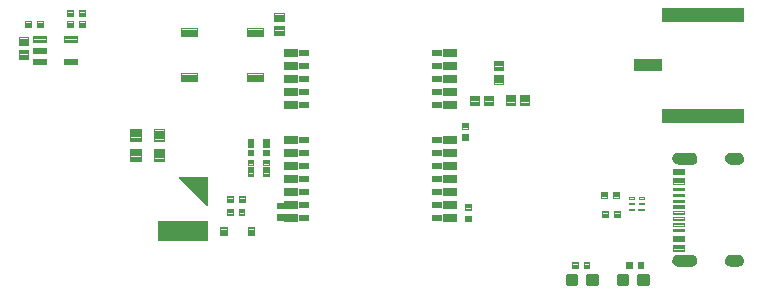
<source format=gtp>
G04 EAGLE Gerber RS-274X export*
G75*
%MOMM*%
%FSLAX34Y34*%
%LPD*%
%INSolderpaste Top*%
%IPPOS*%
%AMOC8*
5,1,8,0,0,1.08239X$1,22.5*%
G01*
%ADD10C,0.102000*%
%ADD11R,4.200000X1.700000*%
%ADD12C,0.100000*%
%ADD13C,0.300000*%
%ADD14C,0.100800*%
%ADD15C,0.099000*%
%ADD16R,1.200000X0.800000*%
%ADD17R,0.900000X0.600000*%
%ADD18C,0.102500*%
%ADD19R,2.400000X1.100000*%
%ADD20R,7.000000X1.250000*%
%ADD21C,0.099059*%

G36*
X281113Y151662D02*
X281113Y151662D01*
X281140Y151664D01*
X281175Y151690D01*
X281215Y151708D01*
X281230Y151731D01*
X281252Y151747D01*
X281268Y151788D01*
X281292Y151825D01*
X281299Y151868D01*
X281302Y151877D01*
X281301Y151884D01*
X281303Y151898D01*
X281303Y175898D01*
X281298Y175914D01*
X281301Y175931D01*
X281279Y175981D01*
X281264Y176032D01*
X281251Y176043D01*
X281244Y176059D01*
X281199Y176089D01*
X281159Y176124D01*
X281142Y176127D01*
X281128Y176136D01*
X281054Y176147D01*
X257054Y176147D01*
X257012Y176135D01*
X256968Y176132D01*
X256946Y176116D01*
X256920Y176108D01*
X256891Y176075D01*
X256856Y176049D01*
X256846Y176023D01*
X256828Y176003D01*
X256821Y175959D01*
X256806Y175919D01*
X256811Y175892D01*
X256807Y175865D01*
X256825Y175824D01*
X256834Y175782D01*
X256860Y175746D01*
X256864Y175737D01*
X256869Y175733D01*
X256878Y175722D01*
X280878Y151722D01*
X280916Y151701D01*
X280949Y151672D01*
X280976Y151668D01*
X281000Y151655D01*
X281044Y151658D01*
X281087Y151651D01*
X281113Y151662D01*
G37*
G36*
X691855Y187000D02*
X691855Y187000D01*
X691859Y186996D01*
X692803Y187215D01*
X692809Y187221D01*
X692814Y187219D01*
X693686Y187643D01*
X693689Y187650D01*
X693695Y187648D01*
X694451Y188255D01*
X694453Y188263D01*
X694459Y188263D01*
X695060Y189023D01*
X695060Y189032D01*
X695066Y189033D01*
X695484Y189908D01*
X695482Y189916D01*
X695487Y189918D01*
X695700Y190864D01*
X695697Y190870D01*
X695699Y190872D01*
X695698Y190873D01*
X695701Y190875D01*
X695697Y191844D01*
X695697Y191845D01*
X695678Y192913D01*
X695673Y192920D01*
X695677Y192924D01*
X695421Y193961D01*
X695414Y193966D01*
X695417Y193972D01*
X694936Y194926D01*
X694929Y194930D01*
X694930Y194935D01*
X694249Y195759D01*
X694241Y195760D01*
X694241Y195766D01*
X693394Y196417D01*
X693386Y196417D01*
X693385Y196423D01*
X692414Y196870D01*
X692406Y196868D01*
X692404Y196873D01*
X691358Y197092D01*
X691356Y197091D01*
X691350Y197091D01*
X691348Y197093D01*
X679348Y197093D01*
X679345Y197091D01*
X679342Y197091D01*
X679340Y197093D01*
X678245Y196913D01*
X678239Y196907D01*
X678234Y196910D01*
X677206Y196491D01*
X677202Y196484D01*
X677197Y196486D01*
X676288Y195849D01*
X676286Y195841D01*
X676280Y195841D01*
X675536Y195018D01*
X675535Y195010D01*
X675529Y195009D01*
X674987Y194041D01*
X674988Y194032D01*
X674982Y194030D01*
X674669Y192966D01*
X674672Y192958D01*
X674667Y192955D01*
X674599Y191847D01*
X674603Y191841D01*
X674599Y191837D01*
X674769Y190729D01*
X674775Y190723D01*
X674772Y190718D01*
X675184Y189676D01*
X675191Y189672D01*
X675189Y189667D01*
X675823Y188742D01*
X675831Y188740D01*
X675830Y188734D01*
X676654Y187974D01*
X676662Y187973D01*
X676662Y187967D01*
X677634Y187410D01*
X677642Y187411D01*
X677644Y187405D01*
X678716Y187078D01*
X678724Y187081D01*
X678727Y187076D01*
X679844Y186995D01*
X679847Y186996D01*
X679848Y186995D01*
X691848Y186995D01*
X691855Y187000D01*
G37*
G36*
X691353Y100598D02*
X691353Y100598D01*
X691356Y100595D01*
X692352Y100753D01*
X692358Y100759D01*
X692363Y100756D01*
X693299Y101131D01*
X693303Y101138D01*
X693309Y101136D01*
X694138Y101710D01*
X694141Y101718D01*
X694146Y101717D01*
X694827Y102461D01*
X694828Y102470D01*
X694834Y102470D01*
X695332Y103347D01*
X695331Y103356D01*
X695336Y103358D01*
X695449Y103733D01*
X695627Y104323D01*
X695627Y104324D01*
X695626Y104326D01*
X695624Y104331D01*
X695629Y104334D01*
X695697Y105341D01*
X695696Y105343D01*
X695697Y105344D01*
X695688Y106425D01*
X695683Y106432D01*
X695687Y106436D01*
X695438Y107488D01*
X695431Y107493D01*
X695434Y107498D01*
X694957Y108468D01*
X694949Y108471D01*
X694951Y108477D01*
X694270Y109316D01*
X694262Y109318D01*
X694262Y109324D01*
X693412Y109990D01*
X693403Y109991D01*
X693402Y109996D01*
X692425Y110457D01*
X692417Y110455D01*
X692414Y110461D01*
X691359Y110692D01*
X691356Y110691D01*
X691350Y110691D01*
X691348Y110693D01*
X679348Y110693D01*
X679345Y110691D01*
X679341Y110691D01*
X679340Y110693D01*
X678234Y110500D01*
X678229Y110494D01*
X678224Y110497D01*
X677189Y110064D01*
X677185Y110057D01*
X677180Y110059D01*
X676267Y109406D01*
X676265Y109398D01*
X676259Y109399D01*
X675515Y108560D01*
X675514Y108551D01*
X675509Y108551D01*
X674970Y107567D01*
X674971Y107559D01*
X674966Y107557D01*
X674950Y107503D01*
X674769Y106863D01*
X674659Y106478D01*
X674662Y106471D01*
X674659Y106469D01*
X674659Y106468D01*
X674657Y106467D01*
X674599Y105347D01*
X674602Y105342D01*
X674599Y105339D01*
X674717Y104293D01*
X674723Y104287D01*
X674719Y104282D01*
X675067Y103288D01*
X675074Y103284D01*
X675072Y103279D01*
X675632Y102387D01*
X675639Y102385D01*
X675639Y102379D01*
X676383Y101635D01*
X676391Y101633D01*
X676391Y101628D01*
X677283Y101068D01*
X677291Y101068D01*
X677292Y101063D01*
X678286Y100715D01*
X678294Y100718D01*
X678297Y100713D01*
X679343Y100595D01*
X679346Y100597D01*
X679348Y100595D01*
X691348Y100595D01*
X691353Y100598D01*
G37*
G36*
X730654Y186999D02*
X730654Y186999D01*
X730657Y186996D01*
X731738Y187208D01*
X731743Y187214D01*
X731748Y187211D01*
X732754Y187658D01*
X732758Y187665D01*
X732764Y187663D01*
X733645Y188323D01*
X733648Y188331D01*
X733653Y188331D01*
X734366Y189170D01*
X734366Y189178D01*
X734372Y189179D01*
X734880Y190156D01*
X734879Y190164D01*
X734884Y190166D01*
X735162Y191231D01*
X735159Y191239D01*
X735163Y191242D01*
X735197Y192343D01*
X735194Y192348D01*
X735197Y192351D01*
X735042Y193427D01*
X735036Y193432D01*
X735039Y193437D01*
X734649Y194451D01*
X734642Y194455D01*
X734644Y194461D01*
X734037Y195363D01*
X734029Y195365D01*
X734030Y195371D01*
X733238Y196115D01*
X733230Y196116D01*
X733230Y196122D01*
X732292Y196671D01*
X732284Y196670D01*
X732282Y196676D01*
X731246Y197003D01*
X731238Y197000D01*
X731235Y197005D01*
X730152Y197093D01*
X730149Y197091D01*
X730148Y197093D01*
X724148Y197093D01*
X724145Y197091D01*
X724143Y197091D01*
X724142Y197093D01*
X723009Y196943D01*
X723003Y196937D01*
X722998Y196940D01*
X721928Y196542D01*
X721924Y196535D01*
X721918Y196537D01*
X720963Y195910D01*
X720960Y195902D01*
X720955Y195903D01*
X720163Y195080D01*
X720162Y195072D01*
X720156Y195071D01*
X719567Y194092D01*
X719568Y194084D01*
X719563Y194082D01*
X719207Y192997D01*
X719210Y192989D01*
X719205Y192986D01*
X719099Y191849D01*
X719104Y191840D01*
X719100Y191835D01*
X719307Y190698D01*
X719313Y190692D01*
X719310Y190687D01*
X719765Y189625D01*
X719772Y189621D01*
X719770Y189615D01*
X720450Y188680D01*
X720458Y188678D01*
X720457Y188672D01*
X721328Y187912D01*
X721336Y187912D01*
X721337Y187906D01*
X722356Y187359D01*
X722364Y187360D01*
X722366Y187355D01*
X723480Y187048D01*
X723488Y187051D01*
X723491Y187046D01*
X724646Y186995D01*
X724647Y186996D01*
X724648Y186995D01*
X730648Y186995D01*
X730654Y186999D01*
G37*
G36*
X730152Y100598D02*
X730152Y100598D01*
X730154Y100595D01*
X731287Y100745D01*
X731293Y100751D01*
X731298Y100748D01*
X732368Y101146D01*
X732372Y101153D01*
X732378Y101151D01*
X733333Y101778D01*
X733336Y101786D01*
X733341Y101785D01*
X734133Y102608D01*
X734134Y102616D01*
X734140Y102617D01*
X734729Y103596D01*
X734728Y103604D01*
X734733Y103606D01*
X735089Y104691D01*
X735087Y104699D01*
X735091Y104702D01*
X735197Y105839D01*
X735193Y105846D01*
X735197Y105851D01*
X735052Y106938D01*
X735046Y106944D01*
X735049Y106949D01*
X734666Y107977D01*
X734659Y107982D01*
X734661Y107987D01*
X734058Y108904D01*
X734050Y108907D01*
X734051Y108913D01*
X733259Y109673D01*
X733251Y109674D01*
X733250Y109680D01*
X732309Y110244D01*
X732301Y110243D01*
X732299Y110249D01*
X731256Y110590D01*
X731248Y110588D01*
X731245Y110592D01*
X730153Y110693D01*
X730150Y110691D01*
X730148Y110693D01*
X724148Y110693D01*
X724145Y110691D01*
X724144Y110693D01*
X723051Y110592D01*
X723045Y110587D01*
X723040Y110590D01*
X721997Y110249D01*
X721992Y110242D01*
X721987Y110244D01*
X721046Y109680D01*
X721043Y109672D01*
X721037Y109673D01*
X720245Y108913D01*
X720244Y108905D01*
X720238Y108904D01*
X719636Y107987D01*
X719636Y107979D01*
X719631Y107977D01*
X719247Y106949D01*
X719249Y106941D01*
X719244Y106938D01*
X719099Y105851D01*
X719103Y105843D01*
X719099Y105839D01*
X719205Y104702D01*
X719210Y104696D01*
X719207Y104691D01*
X719563Y103606D01*
X719570Y103601D01*
X719567Y103596D01*
X720156Y102617D01*
X720164Y102614D01*
X720163Y102608D01*
X720955Y101785D01*
X720963Y101784D01*
X720963Y101778D01*
X721918Y101151D01*
X721926Y101152D01*
X721928Y101146D01*
X722998Y100748D01*
X723006Y100750D01*
X723009Y100745D01*
X724142Y100595D01*
X724146Y100598D01*
X724148Y100595D01*
X730148Y100595D01*
X730152Y100598D01*
G37*
D10*
X307564Y160224D02*
X312544Y160224D01*
X312544Y155244D01*
X307564Y155244D01*
X307564Y160224D01*
X307564Y156213D02*
X312544Y156213D01*
X312544Y157182D02*
X307564Y157182D01*
X307564Y158151D02*
X312544Y158151D01*
X312544Y159120D02*
X307564Y159120D01*
X307564Y160089D02*
X312544Y160089D01*
X302544Y160224D02*
X297564Y160224D01*
X302544Y160224D02*
X302544Y155244D01*
X297564Y155244D01*
X297564Y160224D01*
X297564Y156213D02*
X302544Y156213D01*
X302544Y157182D02*
X297564Y157182D01*
X297564Y158151D02*
X302544Y158151D01*
X302544Y159120D02*
X297564Y159120D01*
X297564Y160089D02*
X302544Y160089D01*
D11*
X260254Y130598D03*
D12*
X224718Y189954D02*
X224718Y199954D01*
X224718Y189954D02*
X215718Y189954D01*
X215718Y199954D01*
X224718Y199954D01*
X224718Y190904D02*
X215718Y190904D01*
X215718Y191854D02*
X224718Y191854D01*
X224718Y192804D02*
X215718Y192804D01*
X215718Y193754D02*
X224718Y193754D01*
X224718Y194704D02*
X215718Y194704D01*
X215718Y195654D02*
X224718Y195654D01*
X224718Y196604D02*
X215718Y196604D01*
X215718Y197554D02*
X224718Y197554D01*
X224718Y198504D02*
X215718Y198504D01*
X215718Y199454D02*
X224718Y199454D01*
X224718Y206954D02*
X224718Y216954D01*
X224718Y206954D02*
X215718Y206954D01*
X215718Y216954D01*
X224718Y216954D01*
X224718Y207904D02*
X215718Y207904D01*
X215718Y208854D02*
X224718Y208854D01*
X224718Y209804D02*
X215718Y209804D01*
X215718Y210754D02*
X224718Y210754D01*
X224718Y211704D02*
X215718Y211704D01*
X215718Y212654D02*
X224718Y212654D01*
X224718Y213604D02*
X215718Y213604D01*
X215718Y214554D02*
X224718Y214554D01*
X224718Y215504D02*
X215718Y215504D01*
X215718Y216454D02*
X224718Y216454D01*
X244530Y200208D02*
X244530Y190208D01*
X235530Y190208D01*
X235530Y200208D01*
X244530Y200208D01*
X244530Y191158D02*
X235530Y191158D01*
X235530Y192108D02*
X244530Y192108D01*
X244530Y193058D02*
X235530Y193058D01*
X235530Y194008D02*
X244530Y194008D01*
X244530Y194958D02*
X235530Y194958D01*
X235530Y195908D02*
X244530Y195908D01*
X244530Y196858D02*
X235530Y196858D01*
X235530Y197808D02*
X244530Y197808D01*
X244530Y198758D02*
X235530Y198758D01*
X235530Y199708D02*
X244530Y199708D01*
X244530Y207208D02*
X244530Y217208D01*
X244530Y207208D02*
X235530Y207208D01*
X235530Y217208D01*
X244530Y217208D01*
X244530Y208158D02*
X235530Y208158D01*
X235530Y209108D02*
X244530Y209108D01*
X244530Y210058D02*
X235530Y210058D01*
X235530Y211008D02*
X244530Y211008D01*
X244530Y211958D02*
X235530Y211958D01*
X235530Y212908D02*
X244530Y212908D01*
X244530Y213858D02*
X235530Y213858D01*
X235530Y214808D02*
X244530Y214808D01*
X244530Y215758D02*
X235530Y215758D01*
X235530Y216708D02*
X244530Y216708D01*
D13*
X646620Y92654D02*
X646620Y85654D01*
X646620Y92654D02*
X653620Y92654D01*
X653620Y85654D01*
X646620Y85654D01*
X646620Y88504D02*
X653620Y88504D01*
X653620Y91354D02*
X646620Y91354D01*
X629080Y92654D02*
X629080Y85654D01*
X629080Y92654D02*
X636080Y92654D01*
X636080Y85654D01*
X629080Y85654D01*
X629080Y88504D02*
X636080Y88504D01*
X636080Y91354D02*
X629080Y91354D01*
D14*
X297216Y127164D02*
X291924Y127164D01*
X291924Y134456D01*
X297216Y134456D01*
X297216Y127164D01*
X297216Y128122D02*
X291924Y128122D01*
X291924Y129080D02*
X297216Y129080D01*
X297216Y130038D02*
X291924Y130038D01*
X291924Y130996D02*
X297216Y130996D01*
X297216Y131954D02*
X291924Y131954D01*
X291924Y132912D02*
X297216Y132912D01*
X297216Y133870D02*
X291924Y133870D01*
X314924Y127164D02*
X320216Y127164D01*
X314924Y127164D02*
X314924Y134456D01*
X320216Y134456D01*
X320216Y127164D01*
X320216Y128122D02*
X314924Y128122D01*
X314924Y129080D02*
X320216Y129080D01*
X320216Y130038D02*
X314924Y130038D01*
X314924Y130996D02*
X320216Y130996D01*
X320216Y131954D02*
X314924Y131954D01*
X314924Y132912D02*
X320216Y132912D01*
X320216Y133870D02*
X314924Y133870D01*
D10*
X312290Y149556D02*
X307310Y149556D01*
X312290Y149556D02*
X312290Y144576D01*
X307310Y144576D01*
X307310Y149556D01*
X307310Y145545D02*
X312290Y145545D01*
X312290Y146514D02*
X307310Y146514D01*
X307310Y147483D02*
X312290Y147483D01*
X312290Y148452D02*
X307310Y148452D01*
X307310Y149421D02*
X312290Y149421D01*
X302290Y149556D02*
X297310Y149556D01*
X302290Y149556D02*
X302290Y144576D01*
X297310Y144576D01*
X297310Y149556D01*
X297310Y145545D02*
X302290Y145545D01*
X302290Y146514D02*
X297310Y146514D01*
X297310Y147483D02*
X302290Y147483D01*
X302290Y148452D02*
X297310Y148452D01*
X297310Y149421D02*
X302290Y149421D01*
X635130Y99110D02*
X640110Y99110D01*
X635130Y99110D02*
X635130Y104090D01*
X640110Y104090D01*
X640110Y99110D01*
X640110Y100079D02*
X635130Y100079D01*
X635130Y101048D02*
X640110Y101048D01*
X640110Y102017D02*
X635130Y102017D01*
X635130Y102986D02*
X640110Y102986D01*
X640110Y103955D02*
X635130Y103955D01*
X645130Y99110D02*
X650110Y99110D01*
X645130Y99110D02*
X645130Y104090D01*
X650110Y104090D01*
X650110Y99110D01*
X650110Y100079D02*
X645130Y100079D01*
X645130Y101048D02*
X650110Y101048D01*
X650110Y102017D02*
X645130Y102017D01*
X645130Y102986D02*
X650110Y102986D01*
X650110Y103955D02*
X645130Y103955D01*
X166908Y312724D02*
X161928Y312724D01*
X161928Y317704D01*
X166908Y317704D01*
X166908Y312724D01*
X166908Y313693D02*
X161928Y313693D01*
X161928Y314662D02*
X166908Y314662D01*
X166908Y315631D02*
X161928Y315631D01*
X161928Y316600D02*
X166908Y316600D01*
X166908Y317569D02*
X161928Y317569D01*
X171928Y312724D02*
X176908Y312724D01*
X171928Y312724D02*
X171928Y317704D01*
X176908Y317704D01*
X176908Y312724D01*
X176908Y313693D02*
X171928Y313693D01*
X171928Y314662D02*
X176908Y314662D01*
X176908Y315631D02*
X171928Y315631D01*
X171928Y316600D02*
X176908Y316600D01*
X176908Y317569D02*
X171928Y317569D01*
X171928Y308306D02*
X176908Y308306D01*
X176908Y303326D01*
X171928Y303326D01*
X171928Y308306D01*
X171928Y304295D02*
X176908Y304295D01*
X176908Y305264D02*
X171928Y305264D01*
X171928Y306233D02*
X176908Y306233D01*
X176908Y307202D02*
X171928Y307202D01*
X171928Y308171D02*
X176908Y308171D01*
X166908Y308306D02*
X161928Y308306D01*
X166908Y308306D02*
X166908Y303326D01*
X161928Y303326D01*
X161928Y308306D01*
X161928Y304295D02*
X166908Y304295D01*
X166908Y305264D02*
X161928Y305264D01*
X161928Y306233D02*
X166908Y306233D01*
X166908Y307202D02*
X161928Y307202D01*
X161928Y308171D02*
X166908Y308171D01*
D13*
X603440Y92654D02*
X603440Y85654D01*
X603440Y92654D02*
X610440Y92654D01*
X610440Y85654D01*
X603440Y85654D01*
X603440Y88504D02*
X610440Y88504D01*
X610440Y91354D02*
X603440Y91354D01*
X585900Y92654D02*
X585900Y85654D01*
X585900Y92654D02*
X592900Y92654D01*
X592900Y85654D01*
X585900Y85654D01*
X585900Y88504D02*
X592900Y88504D01*
X592900Y91354D02*
X585900Y91354D01*
D10*
X589410Y99364D02*
X594390Y99364D01*
X589410Y99364D02*
X589410Y104344D01*
X594390Y104344D01*
X594390Y99364D01*
X594390Y100333D02*
X589410Y100333D01*
X589410Y101302D02*
X594390Y101302D01*
X594390Y102271D02*
X589410Y102271D01*
X589410Y103240D02*
X594390Y103240D01*
X594390Y104209D02*
X589410Y104209D01*
X599410Y99364D02*
X604390Y99364D01*
X599410Y99364D02*
X599410Y104344D01*
X604390Y104344D01*
X604390Y99364D01*
X604390Y100333D02*
X599410Y100333D01*
X599410Y101302D02*
X604390Y101302D01*
X604390Y102271D02*
X599410Y102271D01*
X599410Y103240D02*
X604390Y103240D01*
X604390Y104209D02*
X599410Y104209D01*
D15*
X133386Y290963D02*
X133386Y295473D01*
X144396Y295473D01*
X144396Y290963D01*
X133386Y290963D01*
X133386Y291903D02*
X144396Y291903D01*
X144396Y292843D02*
X133386Y292843D01*
X133386Y293783D02*
X144396Y293783D01*
X144396Y294723D02*
X133386Y294723D01*
X133386Y285973D02*
X133386Y281463D01*
X133386Y285973D02*
X144396Y285973D01*
X144396Y281463D01*
X133386Y281463D01*
X133386Y282403D02*
X144396Y282403D01*
X144396Y283343D02*
X133386Y283343D01*
X133386Y284283D02*
X144396Y284283D01*
X144396Y285223D02*
X133386Y285223D01*
X133386Y276473D02*
X133386Y271963D01*
X133386Y276473D02*
X144396Y276473D01*
X144396Y271963D01*
X133386Y271963D01*
X133386Y272903D02*
X144396Y272903D01*
X144396Y273843D02*
X133386Y273843D01*
X133386Y274783D02*
X144396Y274783D01*
X144396Y275723D02*
X133386Y275723D01*
X159388Y276473D02*
X159388Y271963D01*
X159388Y276473D02*
X170398Y276473D01*
X170398Y271963D01*
X159388Y271963D01*
X159388Y272903D02*
X170398Y272903D01*
X170398Y273843D02*
X159388Y273843D01*
X159388Y274783D02*
X170398Y274783D01*
X170398Y275723D02*
X159388Y275723D01*
X159388Y290963D02*
X159388Y295473D01*
X170398Y295473D01*
X170398Y290963D01*
X159388Y290963D01*
X159388Y291903D02*
X170398Y291903D01*
X170398Y292843D02*
X159388Y292843D01*
X159388Y293783D02*
X170398Y293783D01*
X170398Y294723D02*
X159388Y294723D01*
D10*
X141348Y308306D02*
X136368Y308306D01*
X141348Y308306D02*
X141348Y303326D01*
X136368Y303326D01*
X136368Y308306D01*
X136368Y304295D02*
X141348Y304295D01*
X141348Y305264D02*
X136368Y305264D01*
X136368Y306233D02*
X141348Y306233D01*
X141348Y307202D02*
X136368Y307202D01*
X136368Y308171D02*
X141348Y308171D01*
X131348Y308306D02*
X126368Y308306D01*
X131348Y308306D02*
X131348Y303326D01*
X126368Y303326D01*
X126368Y308306D01*
X126368Y304295D02*
X131348Y304295D01*
X131348Y305264D02*
X126368Y305264D01*
X126368Y306233D02*
X131348Y306233D01*
X131348Y307202D02*
X126368Y307202D01*
X126368Y308171D02*
X131348Y308171D01*
X624556Y164034D02*
X629536Y164034D01*
X629536Y159054D01*
X624556Y159054D01*
X624556Y164034D01*
X624556Y160023D02*
X629536Y160023D01*
X629536Y160992D02*
X624556Y160992D01*
X624556Y161961D02*
X629536Y161961D01*
X629536Y162930D02*
X624556Y162930D01*
X624556Y163899D02*
X629536Y163899D01*
X619536Y164034D02*
X614556Y164034D01*
X619536Y164034D02*
X619536Y159054D01*
X614556Y159054D01*
X614556Y164034D01*
X614556Y160023D02*
X619536Y160023D01*
X619536Y160992D02*
X614556Y160992D01*
X614556Y161961D02*
X619536Y161961D01*
X619536Y162930D02*
X614556Y162930D01*
X614556Y163899D02*
X619536Y163899D01*
X625064Y147524D02*
X630044Y147524D01*
X630044Y142544D01*
X625064Y142544D01*
X625064Y147524D01*
X625064Y143513D02*
X630044Y143513D01*
X630044Y144482D02*
X625064Y144482D01*
X625064Y145451D02*
X630044Y145451D01*
X630044Y146420D02*
X625064Y146420D01*
X625064Y147389D02*
X630044Y147389D01*
X620044Y147524D02*
X615064Y147524D01*
X620044Y147524D02*
X620044Y142544D01*
X615064Y142544D01*
X615064Y147524D01*
X615064Y143513D02*
X620044Y143513D01*
X620044Y144482D02*
X615064Y144482D01*
X615064Y145451D02*
X620044Y145451D01*
X620044Y146420D02*
X615064Y146420D01*
X615064Y147389D02*
X620044Y147389D01*
X496378Y217510D02*
X496378Y222490D01*
X501358Y222490D01*
X501358Y217510D01*
X496378Y217510D01*
X496378Y218479D02*
X501358Y218479D01*
X501358Y219448D02*
X496378Y219448D01*
X496378Y220417D02*
X501358Y220417D01*
X501358Y221386D02*
X496378Y221386D01*
X496378Y222355D02*
X501358Y222355D01*
X496378Y212490D02*
X496378Y207510D01*
X496378Y212490D02*
X501358Y212490D01*
X501358Y207510D01*
X496378Y207510D01*
X496378Y208479D02*
X501358Y208479D01*
X501358Y209448D02*
X496378Y209448D01*
X496378Y210417D02*
X501358Y210417D01*
X501358Y211386D02*
X496378Y211386D01*
X496378Y212355D02*
X501358Y212355D01*
D16*
X486100Y141836D03*
D17*
X475600Y141836D03*
D16*
X486100Y152836D03*
D17*
X475600Y152836D03*
D16*
X486100Y163836D03*
D17*
X475600Y163836D03*
D16*
X486100Y174836D03*
D17*
X475600Y174836D03*
D16*
X486100Y185836D03*
D17*
X475600Y185836D03*
D16*
X486100Y196836D03*
D17*
X475600Y196836D03*
D16*
X486100Y207836D03*
D17*
X475600Y207836D03*
D16*
X486100Y237836D03*
D17*
X475600Y237836D03*
D16*
X486100Y248836D03*
D17*
X475600Y248836D03*
D16*
X486100Y259836D03*
D17*
X475600Y259836D03*
D16*
X486100Y270836D03*
D17*
X475600Y270836D03*
D16*
X486100Y281836D03*
D17*
X475600Y281836D03*
D16*
X352100Y207836D03*
D17*
X362600Y207836D03*
D16*
X352100Y196836D03*
D17*
X362600Y196836D03*
D16*
X352100Y185836D03*
D17*
X362600Y185836D03*
D16*
X352100Y174836D03*
D17*
X362600Y174836D03*
D16*
X352100Y163836D03*
D17*
X362600Y163836D03*
D16*
X352100Y152836D03*
D17*
X362600Y152836D03*
D16*
X352100Y141836D03*
D17*
X362600Y141836D03*
D16*
X352100Y281836D03*
D17*
X362600Y281836D03*
D16*
X352100Y270836D03*
D17*
X362600Y270836D03*
D16*
X352100Y259836D03*
D17*
X362600Y259836D03*
D16*
X352100Y248836D03*
D17*
X362600Y248836D03*
D16*
X352100Y237836D03*
D17*
X362600Y237836D03*
D18*
X645910Y149662D02*
X650986Y149662D01*
X650986Y148186D01*
X645910Y148186D01*
X645910Y149662D01*
X645910Y149160D02*
X650986Y149160D01*
X650986Y154662D02*
X646410Y154662D01*
X650986Y154662D02*
X650986Y153186D01*
X646410Y153186D01*
X646410Y154662D01*
X646410Y154160D02*
X650986Y154160D01*
X650986Y159662D02*
X646410Y159662D01*
X650986Y159662D02*
X650986Y158186D01*
X646410Y158186D01*
X646410Y159662D01*
X646410Y159160D02*
X650986Y159160D01*
X642386Y158186D02*
X637810Y158186D01*
X637810Y159662D01*
X642386Y159662D01*
X642386Y158186D01*
X642386Y159160D02*
X637810Y159160D01*
X637810Y153186D02*
X642386Y153186D01*
X637810Y153186D02*
X637810Y154662D01*
X642386Y154662D01*
X642386Y153186D01*
X642386Y154160D02*
X637810Y154160D01*
X637810Y148186D02*
X642386Y148186D01*
X637810Y148186D02*
X637810Y149662D01*
X642386Y149662D01*
X642386Y148186D01*
X642386Y149160D02*
X637810Y149160D01*
D10*
X684038Y155354D02*
X684038Y157334D01*
X684038Y155354D02*
X675058Y155354D01*
X675058Y157334D01*
X684038Y157334D01*
X684038Y156323D02*
X675058Y156323D01*
X675058Y157292D02*
X684038Y157292D01*
X684038Y152334D02*
X684038Y150354D01*
X675058Y150354D01*
X675058Y152334D01*
X684038Y152334D01*
X684038Y151323D02*
X675058Y151323D01*
X675058Y152292D02*
X684038Y152292D01*
X684038Y178604D02*
X684038Y183584D01*
X684038Y178604D02*
X675058Y178604D01*
X675058Y183584D01*
X684038Y183584D01*
X684038Y179573D02*
X675058Y179573D01*
X675058Y180542D02*
X684038Y180542D01*
X684038Y181511D02*
X675058Y181511D01*
X675058Y182480D02*
X684038Y182480D01*
X684038Y183449D02*
X675058Y183449D01*
X684038Y175834D02*
X684038Y170854D01*
X675058Y170854D01*
X675058Y175834D01*
X684038Y175834D01*
X684038Y171823D02*
X675058Y171823D01*
X675058Y172792D02*
X684038Y172792D01*
X684038Y173761D02*
X675058Y173761D01*
X675058Y174730D02*
X684038Y174730D01*
X684038Y175699D02*
X675058Y175699D01*
X684038Y167334D02*
X684038Y165354D01*
X675058Y165354D01*
X675058Y167334D01*
X684038Y167334D01*
X684038Y166323D02*
X675058Y166323D01*
X675058Y167292D02*
X684038Y167292D01*
X684038Y162334D02*
X684038Y160354D01*
X675058Y160354D01*
X675058Y162334D01*
X684038Y162334D01*
X684038Y161323D02*
X675058Y161323D01*
X675058Y162292D02*
X684038Y162292D01*
X675058Y142334D02*
X675058Y140354D01*
X675058Y142334D02*
X684038Y142334D01*
X684038Y140354D01*
X675058Y140354D01*
X675058Y141323D02*
X684038Y141323D01*
X684038Y142292D02*
X675058Y142292D01*
X675058Y145354D02*
X675058Y147334D01*
X684038Y147334D01*
X684038Y145354D01*
X675058Y145354D01*
X675058Y146323D02*
X684038Y146323D01*
X684038Y147292D02*
X675058Y147292D01*
X675058Y119084D02*
X675058Y114104D01*
X675058Y119084D02*
X684038Y119084D01*
X684038Y114104D01*
X675058Y114104D01*
X675058Y115073D02*
X684038Y115073D01*
X684038Y116042D02*
X675058Y116042D01*
X675058Y117011D02*
X684038Y117011D01*
X684038Y117980D02*
X675058Y117980D01*
X675058Y118949D02*
X684038Y118949D01*
X675058Y121854D02*
X675058Y126834D01*
X684038Y126834D01*
X684038Y121854D01*
X675058Y121854D01*
X675058Y122823D02*
X684038Y122823D01*
X684038Y123792D02*
X675058Y123792D01*
X675058Y124761D02*
X684038Y124761D01*
X684038Y125730D02*
X675058Y125730D01*
X675058Y126699D02*
X684038Y126699D01*
X675058Y130354D02*
X675058Y132334D01*
X684038Y132334D01*
X684038Y130354D01*
X675058Y130354D01*
X675058Y131323D02*
X684038Y131323D01*
X684038Y132292D02*
X675058Y132292D01*
X675058Y135354D02*
X675058Y137334D01*
X684038Y137334D01*
X684038Y135354D01*
X675058Y135354D01*
X675058Y136323D02*
X684038Y136323D01*
X684038Y137292D02*
X675058Y137292D01*
X498906Y148814D02*
X498906Y153794D01*
X503886Y153794D01*
X503886Y148814D01*
X498906Y148814D01*
X498906Y149783D02*
X503886Y149783D01*
X503886Y150752D02*
X498906Y150752D01*
X498906Y151721D02*
X503886Y151721D01*
X503886Y152690D02*
X498906Y152690D01*
X498906Y153659D02*
X503886Y153659D01*
X498906Y143794D02*
X498906Y138814D01*
X498906Y143794D02*
X503886Y143794D01*
X503886Y138814D01*
X498906Y138814D01*
X498906Y139783D02*
X503886Y139783D01*
X503886Y140752D02*
X498906Y140752D01*
X498906Y141721D02*
X503886Y141721D01*
X503886Y142690D02*
X498906Y142690D01*
X498906Y143659D02*
X503886Y143659D01*
D19*
X653884Y270870D03*
D20*
X700784Y313920D03*
X700784Y227820D03*
D10*
X523484Y267104D02*
X523484Y274584D01*
X531464Y274584D01*
X531464Y267104D01*
X523484Y267104D01*
X523484Y268073D02*
X531464Y268073D01*
X531464Y269042D02*
X523484Y269042D01*
X523484Y270011D02*
X531464Y270011D01*
X531464Y270980D02*
X523484Y270980D01*
X523484Y271949D02*
X531464Y271949D01*
X531464Y272918D02*
X523484Y272918D01*
X523484Y273887D02*
X531464Y273887D01*
X523484Y262984D02*
X523484Y255504D01*
X523484Y262984D02*
X531464Y262984D01*
X531464Y255504D01*
X523484Y255504D01*
X523484Y256473D02*
X531464Y256473D01*
X531464Y257442D02*
X523484Y257442D01*
X523484Y258411D02*
X531464Y258411D01*
X531464Y259380D02*
X523484Y259380D01*
X523484Y260349D02*
X531464Y260349D01*
X531464Y261318D02*
X523484Y261318D01*
X523484Y262287D02*
X531464Y262287D01*
X533976Y237510D02*
X541456Y237510D01*
X533976Y237510D02*
X533976Y245490D01*
X541456Y245490D01*
X541456Y237510D01*
X541456Y238479D02*
X533976Y238479D01*
X533976Y239448D02*
X541456Y239448D01*
X541456Y240417D02*
X533976Y240417D01*
X533976Y241386D02*
X541456Y241386D01*
X541456Y242355D02*
X533976Y242355D01*
X533976Y243324D02*
X541456Y243324D01*
X541456Y244293D02*
X533976Y244293D01*
X533976Y245262D02*
X541456Y245262D01*
X545576Y237510D02*
X553056Y237510D01*
X545576Y237510D02*
X545576Y245490D01*
X553056Y245490D01*
X553056Y237510D01*
X553056Y238479D02*
X545576Y238479D01*
X545576Y239448D02*
X553056Y239448D01*
X553056Y240417D02*
X545576Y240417D01*
X545576Y241386D02*
X553056Y241386D01*
X553056Y242355D02*
X545576Y242355D01*
X545576Y243324D02*
X553056Y243324D01*
X553056Y244293D02*
X545576Y244293D01*
X545576Y245262D02*
X553056Y245262D01*
X522380Y245390D02*
X514900Y245390D01*
X522380Y245390D02*
X522380Y237410D01*
X514900Y237410D01*
X514900Y245390D01*
X514900Y238379D02*
X522380Y238379D01*
X522380Y239348D02*
X514900Y239348D01*
X514900Y240317D02*
X522380Y240317D01*
X522380Y241286D02*
X514900Y241286D01*
X514900Y242255D02*
X522380Y242255D01*
X522380Y243224D02*
X514900Y243224D01*
X514900Y244193D02*
X522380Y244193D01*
X522380Y245162D02*
X514900Y245162D01*
X510780Y245390D02*
X503300Y245390D01*
X510780Y245390D02*
X510780Y237410D01*
X503300Y237410D01*
X503300Y245390D01*
X503300Y238379D02*
X510780Y238379D01*
X510780Y239348D02*
X503300Y239348D01*
X503300Y240317D02*
X510780Y240317D01*
X510780Y241286D02*
X503300Y241286D01*
X503300Y242255D02*
X510780Y242255D01*
X510780Y243224D02*
X503300Y243224D01*
X503300Y244193D02*
X510780Y244193D01*
X510780Y245162D02*
X503300Y245162D01*
X129212Y276210D02*
X129212Y283690D01*
X129212Y276210D02*
X121232Y276210D01*
X121232Y283690D01*
X129212Y283690D01*
X129212Y277179D02*
X121232Y277179D01*
X121232Y278148D02*
X129212Y278148D01*
X129212Y279117D02*
X121232Y279117D01*
X121232Y280086D02*
X129212Y280086D01*
X129212Y281055D02*
X121232Y281055D01*
X121232Y282024D02*
X129212Y282024D01*
X129212Y282993D02*
X121232Y282993D01*
X129212Y287810D02*
X129212Y295290D01*
X129212Y287810D02*
X121232Y287810D01*
X121232Y295290D01*
X129212Y295290D01*
X129212Y288779D02*
X121232Y288779D01*
X121232Y289748D02*
X129212Y289748D01*
X129212Y290717D02*
X121232Y290717D01*
X121232Y291686D02*
X129212Y291686D01*
X129212Y292655D02*
X121232Y292655D01*
X121232Y293624D02*
X129212Y293624D01*
X129212Y294593D02*
X121232Y294593D01*
D15*
X332813Y184545D02*
X332813Y177535D01*
X328303Y177535D01*
X328303Y184545D01*
X332813Y184545D01*
X332813Y178475D02*
X328303Y178475D01*
X328303Y179415D02*
X332813Y179415D01*
X332813Y180355D02*
X328303Y180355D01*
X328303Y181295D02*
X332813Y181295D01*
X332813Y182235D02*
X328303Y182235D01*
X328303Y183175D02*
X332813Y183175D01*
X332813Y184115D02*
X328303Y184115D01*
D12*
X332808Y187040D02*
X332808Y191040D01*
X332808Y187040D02*
X328308Y187040D01*
X328308Y191040D01*
X332808Y191040D01*
X332808Y187990D02*
X328308Y187990D01*
X328308Y188940D02*
X332808Y188940D01*
X332808Y189890D02*
X328308Y189890D01*
X328308Y190840D02*
X332808Y190840D01*
X332808Y195040D02*
X332808Y199040D01*
X332808Y195040D02*
X328308Y195040D01*
X328308Y199040D01*
X332808Y199040D01*
X332808Y195990D02*
X328308Y195990D01*
X328308Y196940D02*
X332808Y196940D01*
X332808Y197890D02*
X328308Y197890D01*
X328308Y198840D02*
X332808Y198840D01*
D15*
X332813Y201535D02*
X332813Y208545D01*
X332813Y201535D02*
X328303Y201535D01*
X328303Y208545D01*
X332813Y208545D01*
X332813Y202475D02*
X328303Y202475D01*
X328303Y203415D02*
X332813Y203415D01*
X332813Y204355D02*
X328303Y204355D01*
X328303Y205295D02*
X332813Y205295D01*
X332813Y206235D02*
X328303Y206235D01*
X328303Y207175D02*
X332813Y207175D01*
X332813Y208115D02*
X328303Y208115D01*
X319813Y208545D02*
X319813Y201535D01*
X315303Y201535D01*
X315303Y208545D01*
X319813Y208545D01*
X319813Y202475D02*
X315303Y202475D01*
X315303Y203415D02*
X319813Y203415D01*
X319813Y204355D02*
X315303Y204355D01*
X315303Y205295D02*
X319813Y205295D01*
X319813Y206235D02*
X315303Y206235D01*
X315303Y207175D02*
X319813Y207175D01*
X319813Y208115D02*
X315303Y208115D01*
D12*
X319808Y199040D02*
X319808Y195040D01*
X315308Y195040D01*
X315308Y199040D01*
X319808Y199040D01*
X319808Y195990D02*
X315308Y195990D01*
X315308Y196940D02*
X319808Y196940D01*
X319808Y197890D02*
X315308Y197890D01*
X315308Y198840D02*
X319808Y198840D01*
X319808Y191040D02*
X319808Y187040D01*
X315308Y187040D01*
X315308Y191040D01*
X319808Y191040D01*
X319808Y187990D02*
X315308Y187990D01*
X315308Y188940D02*
X319808Y188940D01*
X319808Y189890D02*
X315308Y189890D01*
X315308Y190840D02*
X319808Y190840D01*
D15*
X319813Y184545D02*
X319813Y177535D01*
X315303Y177535D01*
X315303Y184545D01*
X319813Y184545D01*
X319813Y178475D02*
X315303Y178475D01*
X315303Y179415D02*
X319813Y179415D01*
X319813Y180355D02*
X315303Y180355D01*
X315303Y181295D02*
X319813Y181295D01*
X319813Y182235D02*
X315303Y182235D01*
X315303Y183175D02*
X319813Y183175D01*
X319813Y184115D02*
X315303Y184115D01*
D21*
X314185Y257543D02*
X314185Y264173D01*
X328435Y264173D01*
X328435Y257543D01*
X314185Y257543D01*
X314185Y258484D02*
X328435Y258484D01*
X328435Y259425D02*
X314185Y259425D01*
X314185Y260366D02*
X328435Y260366D01*
X328435Y261307D02*
X314185Y261307D01*
X314185Y262248D02*
X328435Y262248D01*
X328435Y263189D02*
X314185Y263189D01*
X314185Y264130D02*
X328435Y264130D01*
X258305Y264173D02*
X258305Y257543D01*
X258305Y264173D02*
X272555Y264173D01*
X272555Y257543D01*
X258305Y257543D01*
X258305Y258484D02*
X272555Y258484D01*
X272555Y259425D02*
X258305Y259425D01*
X258305Y260366D02*
X272555Y260366D01*
X272555Y261307D02*
X258305Y261307D01*
X258305Y262248D02*
X272555Y262248D01*
X272555Y263189D02*
X258305Y263189D01*
X258305Y264130D02*
X272555Y264130D01*
X314185Y295643D02*
X314185Y302273D01*
X328435Y302273D01*
X328435Y295643D01*
X314185Y295643D01*
X314185Y296584D02*
X328435Y296584D01*
X328435Y297525D02*
X314185Y297525D01*
X314185Y298466D02*
X328435Y298466D01*
X328435Y299407D02*
X314185Y299407D01*
X314185Y300348D02*
X328435Y300348D01*
X328435Y301289D02*
X314185Y301289D01*
X314185Y302230D02*
X328435Y302230D01*
X258305Y302273D02*
X258305Y295643D01*
X258305Y302273D02*
X272555Y302273D01*
X272555Y295643D01*
X258305Y295643D01*
X258305Y296584D02*
X272555Y296584D01*
X272555Y297525D02*
X258305Y297525D01*
X258305Y298466D02*
X272555Y298466D01*
X272555Y299407D02*
X258305Y299407D01*
X258305Y300348D02*
X272555Y300348D01*
X272555Y301289D02*
X258305Y301289D01*
X258305Y302230D02*
X272555Y302230D01*
D10*
X345620Y304010D02*
X345620Y296530D01*
X337640Y296530D01*
X337640Y304010D01*
X345620Y304010D01*
X345620Y297499D02*
X337640Y297499D01*
X337640Y298468D02*
X345620Y298468D01*
X345620Y299437D02*
X337640Y299437D01*
X337640Y300406D02*
X345620Y300406D01*
X345620Y301375D02*
X337640Y301375D01*
X337640Y302344D02*
X345620Y302344D01*
X345620Y303313D02*
X337640Y303313D01*
X345620Y308130D02*
X345620Y315610D01*
X345620Y308130D02*
X337640Y308130D01*
X337640Y315610D01*
X345620Y315610D01*
X345620Y309099D02*
X337640Y309099D01*
X337640Y310068D02*
X345620Y310068D01*
X345620Y311037D02*
X337640Y311037D01*
X337640Y312006D02*
X345620Y312006D01*
X345620Y312975D02*
X337640Y312975D01*
X337640Y313944D02*
X345620Y313944D01*
X345620Y314913D02*
X337640Y314913D01*
X339902Y154810D02*
X339902Y149830D01*
X339902Y154810D02*
X344882Y154810D01*
X344882Y149830D01*
X339902Y149830D01*
X339902Y150799D02*
X344882Y150799D01*
X344882Y151768D02*
X339902Y151768D01*
X339902Y152737D02*
X344882Y152737D01*
X344882Y153706D02*
X339902Y153706D01*
X339902Y154675D02*
X344882Y154675D01*
X339902Y144810D02*
X339902Y139830D01*
X339902Y144810D02*
X344882Y144810D01*
X344882Y139830D01*
X339902Y139830D01*
X339902Y140799D02*
X344882Y140799D01*
X344882Y141768D02*
X339902Y141768D01*
X339902Y142737D02*
X344882Y142737D01*
X344882Y143706D02*
X339902Y143706D01*
X339902Y144675D02*
X344882Y144675D01*
M02*

</source>
